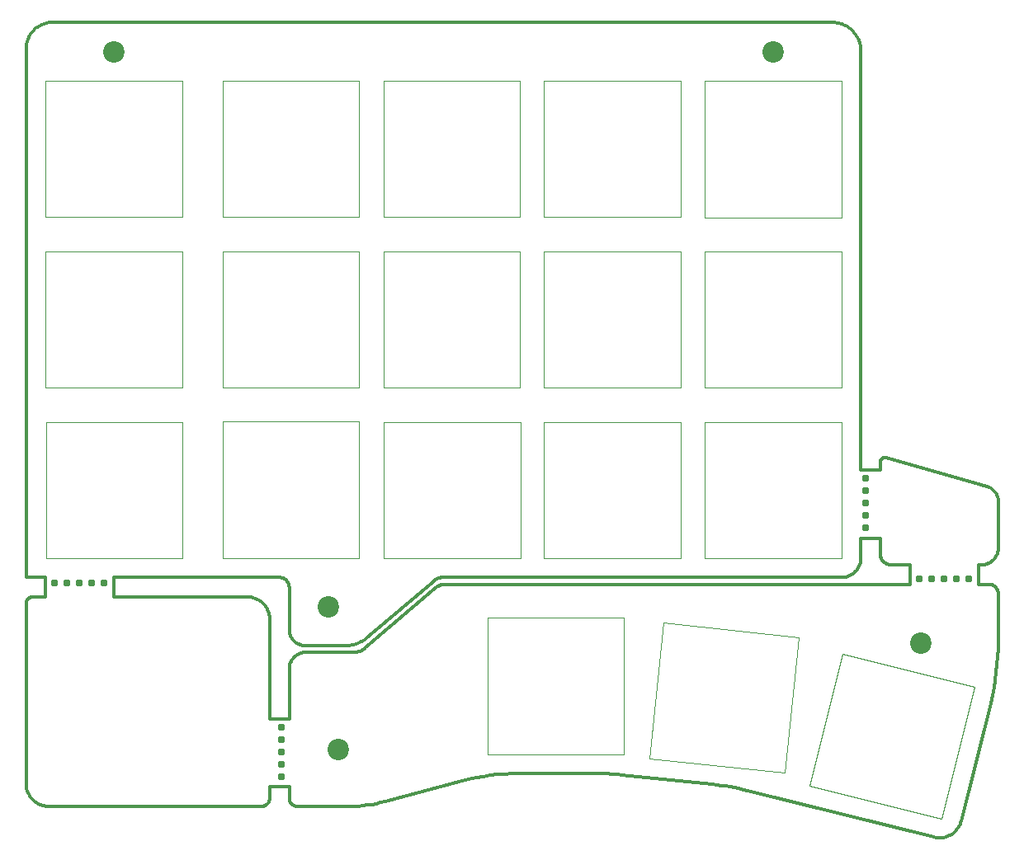
<source format=gts>
%TF.GenerationSoftware,KiCad,Pcbnew,(6.0.6)*%
%TF.CreationDate,2022-09-17T23:41:59+09:00*%
%TF.ProjectId,split-mini_top,73706c69-742d-46d6-996e-695f746f702e,rev?*%
%TF.SameCoordinates,Original*%
%TF.FileFunction,Soldermask,Top*%
%TF.FilePolarity,Negative*%
%FSLAX46Y46*%
G04 Gerber Fmt 4.6, Leading zero omitted, Abs format (unit mm)*
G04 Created by KiCad (PCBNEW (6.0.6)) date 2022-09-17 23:41:59*
%MOMM*%
%LPD*%
G01*
G04 APERTURE LIST*
%TA.AperFunction,Profile*%
%ADD10C,0.349999*%
%TD*%
%TA.AperFunction,Profile*%
%ADD11C,0.120000*%
%TD*%
%ADD12C,0.787400*%
%ADD13C,2.200000*%
G04 APERTURE END LIST*
D10*
X55994536Y-84127249D02*
X62941371Y-78230300D01*
X48455705Y-101342096D02*
X48491151Y-101359916D01*
X105370687Y-77817152D02*
X105460997Y-77781545D01*
X47249151Y-77968775D02*
X47297495Y-77982189D01*
X48349869Y-84268510D02*
X48399840Y-84332657D01*
X45319867Y-101428740D02*
X45359889Y-101421758D01*
X21038639Y-23391422D02*
X21028677Y-23525300D01*
X47793113Y-78313838D02*
X47824164Y-78353695D01*
X116441411Y-103937807D02*
X116513709Y-103854992D01*
X21784794Y-100840594D02*
X21871179Y-100915014D01*
X23025611Y-77937815D02*
X23025611Y-77937815D01*
X55329939Y-85497070D02*
X55255709Y-85526188D01*
X70133669Y-98111382D02*
X70873306Y-98074982D01*
X120701220Y-75435875D02*
X120723363Y-75356073D01*
X49434057Y-84919741D02*
X49514751Y-84929764D01*
X116937738Y-103067128D02*
X116968856Y-102954535D01*
X30025611Y-77937815D02*
X30025611Y-77937815D01*
X21622888Y-100678691D02*
X21701835Y-100761649D01*
X63118653Y-78104941D02*
X63165926Y-78078795D01*
X115644464Y-104498434D02*
X115743942Y-104453807D01*
X111774467Y-78637816D02*
X111774467Y-78637816D01*
X21025611Y-99129103D02*
X21025611Y-99129103D01*
X54196868Y-101437812D02*
X54659376Y-101430232D01*
X46021592Y-100691593D02*
X46024625Y-100650809D01*
X55372273Y-84547125D02*
X55503273Y-84474664D01*
X22555917Y-101302658D02*
X22662900Y-101338053D01*
X21548467Y-100592307D02*
X21622888Y-100678691D01*
X45657000Y-101298693D02*
X45690238Y-101275331D01*
X120580646Y-79029760D02*
X120551683Y-78992904D01*
X47724906Y-78238528D02*
X47724906Y-78238528D01*
X22347877Y-101216489D02*
X22450846Y-101262110D01*
X108806970Y-65784533D02*
X108788300Y-65805774D01*
X120521018Y-78957504D02*
X120488714Y-78923621D01*
X49514751Y-84929764D02*
X49596135Y-84935819D01*
X120754645Y-79416861D02*
X120743752Y-79369661D01*
X109021426Y-65650252D02*
X108994789Y-65659278D01*
X21821555Y-21737985D02*
X21728599Y-21835656D01*
X81752674Y-98175401D02*
X82102412Y-98209845D01*
X120292038Y-68989505D02*
X120198264Y-68906180D01*
X48184055Y-83991463D02*
X48220285Y-84063523D01*
X92353572Y-99303294D02*
X92803934Y-99370604D01*
X48025611Y-92437812D02*
X48025611Y-92437812D01*
X21701835Y-100761649D02*
X21784794Y-100840594D01*
X45863165Y-101102397D02*
X45886526Y-101069160D01*
X93700726Y-99528736D02*
X94146949Y-99619521D01*
X114217994Y-104607398D02*
X114332015Y-104632783D01*
X55544321Y-85390464D02*
X55474354Y-85429168D01*
X119849048Y-78639122D02*
X119798842Y-78637850D01*
X120378654Y-69079779D02*
X120292038Y-68989505D01*
X44992462Y-80327745D02*
X44896442Y-80267059D01*
X21184521Y-22743554D02*
X21142842Y-22869515D01*
X109159706Y-65628702D02*
X109131604Y-65629826D01*
X47437594Y-78036251D02*
X47482368Y-78058762D01*
X21871179Y-100915014D02*
X21960802Y-100984829D01*
X55026238Y-85593728D02*
X54947852Y-85609504D01*
X108676481Y-66089548D02*
X108675643Y-66118251D01*
X115439215Y-104573296D02*
X115542831Y-104538298D01*
X120175747Y-90041614D02*
X120334181Y-89253993D01*
X48387498Y-101301289D02*
X48421131Y-101322544D01*
X21232266Y-22619845D02*
X21184521Y-22743554D01*
X120774467Y-79613475D02*
X120774467Y-79613475D01*
X48568989Y-84510368D02*
X48630819Y-84563633D01*
X115841090Y-104404522D02*
X115935738Y-104350682D01*
X120755900Y-75193230D02*
X120766178Y-75110466D01*
X105951907Y-77483713D02*
X106024068Y-77421208D01*
X120773113Y-70057586D02*
X120769082Y-69992617D01*
X120457740Y-69176506D02*
X120378654Y-69079779D01*
X21960802Y-100984829D02*
X22053472Y-101049963D01*
X21212290Y-80175202D02*
X21188997Y-80202228D01*
X116859876Y-103283530D02*
X116901354Y-103176827D01*
X48641104Y-86024013D02*
X48579738Y-86077169D01*
X104062908Y-20956994D02*
X103915112Y-20945753D01*
X21318048Y-80079432D02*
X21289999Y-80101271D01*
X120153762Y-76253991D02*
X120217176Y-76199357D01*
X53787147Y-84937812D02*
X53787147Y-84937812D01*
X30025611Y-77937815D02*
X46998878Y-77937815D01*
X105274429Y-21363314D02*
X105152556Y-21293237D01*
X23743743Y-20941960D02*
X23608950Y-20945288D01*
X21376948Y-80040174D02*
X21347051Y-80059058D01*
X108770942Y-65827987D02*
X108754927Y-65851107D01*
X54627738Y-85637847D02*
X49716880Y-85637816D01*
X116582122Y-103768452D02*
X116646478Y-103678292D01*
X55806701Y-85204901D02*
X55806701Y-85204901D01*
X108681000Y-75645683D02*
X108687678Y-75699449D01*
X48263694Y-101199782D02*
X48292902Y-101227576D01*
X120488714Y-78923621D02*
X120454831Y-78891317D01*
X47981259Y-78665933D02*
X47994675Y-78714277D01*
X44593043Y-80114500D02*
X44487432Y-80073742D01*
X45783118Y-101195281D02*
X45783118Y-101195281D01*
X46998878Y-77937815D02*
X47049792Y-77939076D01*
X120678260Y-79190516D02*
X120656715Y-79148450D01*
X105027071Y-21228966D02*
X104898158Y-21170683D01*
X119898595Y-78642891D02*
X119849048Y-78639122D01*
X108687678Y-75699449D02*
X108696963Y-75752663D01*
X119329920Y-76619244D02*
X119411834Y-76604951D01*
X47150499Y-77949064D02*
X47200124Y-77957721D01*
X30025611Y-79937815D02*
X30025611Y-79937815D01*
X63482317Y-78736669D02*
X63441478Y-78756970D01*
X106583990Y-23124944D02*
X106544773Y-22986841D01*
X119247157Y-76629524D02*
X119329920Y-76619244D01*
X54708534Y-85636055D02*
X54627738Y-85637847D01*
X48027843Y-87242016D02*
X48025641Y-87329047D01*
X108704938Y-65951392D02*
X108696116Y-65978097D01*
X106675612Y-66895079D02*
X106675612Y-23852266D01*
X48527404Y-101375978D02*
X48564397Y-101390253D01*
X22247198Y-101165871D02*
X22347877Y-101216489D01*
X21036909Y-99357303D02*
X21050913Y-99470047D01*
X21236999Y-80149249D02*
X21236999Y-80149249D01*
X63441478Y-78756970D02*
X63401512Y-78779074D01*
X109187893Y-65629198D02*
X109159706Y-65628702D01*
X119492762Y-76586703D02*
X119572563Y-76564558D01*
X49376040Y-85672178D02*
X49294217Y-85691063D01*
X105876780Y-77542749D02*
X105951907Y-77483713D01*
X49213962Y-85713853D02*
X49135381Y-85740442D01*
X103915112Y-20945753D02*
X103765349Y-20941964D01*
X47345073Y-77997930D02*
X47391801Y-78015962D01*
X48220285Y-84063523D02*
X48260035Y-84133808D01*
X48292902Y-101227576D02*
X48323317Y-101253777D01*
X21028448Y-99243592D02*
X21036909Y-99357303D01*
X62941371Y-78230300D02*
X62941371Y-78230300D01*
X65758204Y-98834754D02*
X65758204Y-98834754D01*
X80350426Y-98083501D02*
X80701393Y-98099590D01*
X118774467Y-76637816D02*
X119079642Y-76637816D01*
X120221817Y-78734070D02*
X120178601Y-78714532D01*
X63742213Y-78653990D02*
X63697439Y-78662998D01*
X46000673Y-100811590D02*
X46009588Y-100772051D01*
X21471411Y-79992709D02*
X21439187Y-80006975D01*
X45696399Y-81067015D02*
X45635713Y-80970995D01*
X115333789Y-104603324D02*
X115439215Y-104573296D01*
X106479515Y-76811328D02*
X106519342Y-76723237D01*
X48260035Y-84133808D02*
X48303249Y-84202182D01*
X48361640Y-86317158D02*
X48314487Y-86383464D01*
X104686904Y-77937815D02*
X104789242Y-77935229D01*
X120334181Y-89253993D02*
X120468428Y-88462270D01*
X120087971Y-76305244D02*
X120153762Y-76253991D01*
X46025611Y-99437812D02*
X48025611Y-99437812D01*
X48509612Y-84453864D02*
X48509612Y-84453864D01*
X119877728Y-76438153D02*
X119949815Y-76397383D01*
X108727056Y-65899815D02*
X108715262Y-65925277D01*
X119411834Y-76604951D02*
X119492762Y-76586703D01*
X45197585Y-101437812D02*
X45238647Y-101436795D01*
X21047137Y-80483955D02*
X21039355Y-80518449D01*
X54947852Y-85609504D02*
X54868700Y-85621844D01*
X109078830Y-76388518D02*
X109121567Y-76421812D01*
X120344325Y-78804487D02*
X120304741Y-78779110D01*
X57403259Y-101068567D02*
X57851935Y-100956046D01*
X63324454Y-78828595D02*
X63287485Y-78855968D01*
X48602063Y-101402715D02*
X48640336Y-101413334D01*
X48024380Y-78913635D02*
X48025641Y-78964549D01*
X120217176Y-76199357D02*
X120278075Y-76141402D01*
X55612648Y-85348646D02*
X55544321Y-85390464D01*
X48838470Y-101437842D02*
X54196868Y-101437812D01*
X70873306Y-98074982D02*
X71614337Y-98062834D01*
X45925300Y-81583551D02*
X45889720Y-81476020D01*
X22771606Y-101368218D02*
X22881847Y-101393073D01*
X48314487Y-86383464D02*
X48270497Y-86452083D01*
X55121014Y-101407515D02*
X55581415Y-101369709D01*
X106519342Y-76723237D02*
X106554952Y-76632928D01*
X48579738Y-86077169D02*
X48521003Y-86133168D01*
X106586220Y-76540525D02*
X106613021Y-76446154D01*
X108891649Y-76191890D02*
X108924942Y-76234628D01*
X45279430Y-101433762D02*
X45319867Y-101428740D01*
X21641204Y-79945692D02*
X21606286Y-79951772D01*
X46025611Y-92437812D02*
X46025611Y-92437812D01*
X119993194Y-90824576D02*
X119993194Y-90824576D01*
X48185114Y-101108608D02*
X48209696Y-101140162D01*
X22582237Y-21202494D02*
X22463694Y-21262084D01*
X115008377Y-104662548D02*
X115118197Y-104648054D01*
X48078892Y-86906381D02*
X48060006Y-86988204D01*
X106675612Y-73895079D02*
X106675612Y-73895079D01*
X106335978Y-77061043D02*
X106387708Y-76980356D01*
X23475071Y-20955235D02*
X23342329Y-20971711D01*
X120551683Y-78992904D02*
X120521018Y-78957504D01*
X45570242Y-80877848D02*
X45500065Y-80787765D01*
X23608950Y-20945288D02*
X23475071Y-20955235D01*
X120019942Y-76353061D02*
X120087971Y-76305244D01*
X21142842Y-22869515D02*
X21107322Y-22997505D01*
X48025641Y-87329047D02*
X48025641Y-87329047D01*
X45622738Y-101320347D02*
X45657000Y-101298693D01*
X48771300Y-85926654D02*
X48704993Y-85973806D01*
X49275288Y-84888014D02*
X49354191Y-84905805D01*
X92803934Y-99370604D02*
X93253019Y-99445758D01*
X43704978Y-79937854D02*
X30025611Y-79937815D01*
X49678077Y-84937850D02*
X49678077Y-84937850D01*
X48025641Y-87329047D02*
X48025611Y-92437812D01*
X63878907Y-78638836D02*
X63833009Y-78641887D01*
X103765349Y-20941964D02*
X103765349Y-20941964D01*
X45989854Y-100850579D02*
X46000673Y-100811590D01*
X119949815Y-76397383D02*
X120019942Y-76353061D01*
X54238299Y-84907851D02*
X54386496Y-84884749D01*
X56951500Y-101166243D02*
X57403259Y-101068567D01*
X120727124Y-69739575D02*
X120691299Y-69618023D01*
X106158985Y-77286296D02*
X106221492Y-77214138D01*
X48026610Y-100665296D02*
X48029589Y-100705335D01*
X120097707Y-68830299D02*
X119990739Y-68762359D01*
X115935738Y-104350682D02*
X116027711Y-104292391D01*
X62941371Y-78230300D02*
X62983772Y-78195898D01*
X48694965Y-84613603D02*
X48761292Y-84660222D01*
X48162182Y-101075982D02*
X48185114Y-101108608D01*
X109300078Y-65647631D02*
X109300078Y-65647631D01*
X120198264Y-68906180D02*
X120097707Y-68830299D01*
X119635116Y-68611140D02*
X119635116Y-68611140D01*
X106675612Y-23852266D02*
X106671826Y-23702504D01*
X21070384Y-99581635D02*
X21095242Y-99691877D01*
X106446910Y-22719457D02*
X106388630Y-22590543D01*
X82102412Y-98209845D02*
X82102412Y-98209845D01*
X106093135Y-77355361D02*
X106158985Y-77286296D01*
X21026226Y-80624221D02*
X21025336Y-80660044D01*
X45980608Y-81803618D02*
X45955622Y-81692814D01*
X55255709Y-85526188D02*
X55180276Y-85552030D01*
X114559640Y-104665632D02*
X114672897Y-104673303D01*
X49459323Y-85657305D02*
X49376040Y-85672178D01*
X43820052Y-79940706D02*
X43704978Y-79937854D01*
X46025611Y-92437812D02*
X46025611Y-82258441D01*
X118774467Y-78637816D02*
X118774467Y-78637816D01*
X46025641Y-100609748D02*
X46025611Y-99437812D01*
X44487432Y-80073742D02*
X44379898Y-80038162D01*
X47391801Y-78015962D02*
X47437594Y-78036251D01*
X106011052Y-22001060D02*
X105919581Y-21895462D01*
X45587517Y-101340266D02*
X45622738Y-101320347D01*
X46022759Y-82143374D02*
X46014255Y-82029088D01*
X104989763Y-77914905D02*
X105087696Y-77897418D01*
X21025611Y-77937815D02*
X21025611Y-77937815D01*
X55180276Y-85552030D02*
X55103749Y-85574557D01*
X63263502Y-78032926D02*
X63313656Y-78013257D01*
X104492671Y-21033598D02*
X104351871Y-21001099D01*
X48075449Y-83688174D02*
X48097040Y-83765982D01*
X45551407Y-101358422D02*
X45587517Y-101340266D01*
X104765998Y-21118573D02*
X104630775Y-21072816D01*
X120042667Y-78668574D02*
X119995466Y-78657678D01*
X71614337Y-98062834D02*
X79296523Y-98062812D01*
X45476790Y-101389329D02*
X45514476Y-101374785D01*
X45085609Y-80393215D02*
X44992462Y-80327745D01*
X48050126Y-100823138D02*
X48060747Y-100861413D01*
X44797738Y-80211237D02*
X44696542Y-80160358D01*
X45500065Y-80787765D02*
X45425261Y-80700935D01*
X47200124Y-77957721D02*
X47249151Y-77968775D01*
X108998076Y-76315383D02*
X108998076Y-76315383D01*
X49354191Y-84905805D02*
X49434057Y-84919741D01*
X49135381Y-85740442D02*
X49058579Y-85770724D01*
X109272255Y-65640530D02*
X109244237Y-65635099D01*
X22463694Y-21262084D02*
X22348071Y-21327464D01*
X21747886Y-79937815D02*
X21747886Y-79937815D01*
X114332015Y-104632783D02*
X114445955Y-104652160D01*
X23025611Y-77937815D02*
X23025611Y-79937815D01*
X79296523Y-98062812D02*
X79296523Y-98062812D01*
X119572563Y-76564558D02*
X119651099Y-76538573D01*
X21676482Y-79941323D02*
X21641204Y-79945692D01*
X63416328Y-77980585D02*
X63468699Y-77967636D01*
X21110478Y-80319873D02*
X21094633Y-80351373D01*
X48025611Y-92437812D02*
X46025611Y-92437812D01*
X115542831Y-104538298D02*
X115644464Y-104498434D01*
X108893963Y-65710666D02*
X108870536Y-65727271D01*
X109075929Y-65636878D02*
X109048496Y-65642782D01*
X67200877Y-98497965D02*
X67929031Y-98365328D01*
X63362484Y-78802956D02*
X63324454Y-78828595D01*
X105278283Y-77848416D02*
X105370687Y-77817152D01*
X108675643Y-66118251D02*
X108675612Y-66895079D01*
X108688828Y-66005329D02*
X108683105Y-66033024D01*
X116968856Y-102954535D02*
X119993194Y-90824576D01*
X48029589Y-100705335D02*
X48034519Y-100745032D01*
X46024625Y-100650809D02*
X46025641Y-100609748D01*
X103765349Y-20941964D02*
X23743743Y-20941960D01*
X48209696Y-101140162D02*
X48235898Y-101170575D01*
X22235592Y-21398542D02*
X22126477Y-21475225D01*
X21262963Y-80124552D02*
X21236999Y-80149249D01*
X120774467Y-84461646D02*
X120774467Y-84461646D01*
X55103749Y-85574557D02*
X55026238Y-85593728D01*
X21478649Y-100502685D02*
X21548467Y-100592307D01*
X54962899Y-84728765D02*
X55101881Y-84674251D01*
X21095242Y-99691877D02*
X21125409Y-99800585D01*
X109300078Y-65647631D02*
X109272255Y-65640530D01*
X119163685Y-76635734D02*
X119247157Y-76629524D01*
X21028677Y-23525300D02*
X21025336Y-23660094D01*
X106660587Y-23554708D02*
X106642080Y-23409061D01*
X21025336Y-23660094D02*
X21025611Y-77937815D01*
X21201357Y-100012642D02*
X21246981Y-100115611D01*
X119635116Y-68611140D02*
X109300078Y-65647631D01*
X120725364Y-86068068D02*
X120762179Y-85265514D01*
X111774467Y-76637816D02*
X111774467Y-78637816D01*
X106435595Y-76897076D02*
X106479515Y-76811328D01*
X111774467Y-78637816D02*
X63925056Y-78637816D01*
X118774467Y-76637816D02*
X118774467Y-76637816D01*
X23342329Y-20971711D02*
X23210947Y-20994624D01*
X23743743Y-20941960D02*
X23743743Y-20941960D01*
X119995466Y-78657678D02*
X119947421Y-78649097D01*
X48025611Y-83285361D02*
X48027642Y-83367308D01*
X45955622Y-81692814D02*
X45925300Y-81583551D01*
X105634839Y-77697804D02*
X105718120Y-77649920D01*
X21188997Y-80202228D02*
X21167145Y-80230267D01*
X55402857Y-85464716D02*
X55329939Y-85497070D01*
X95034537Y-99824439D02*
X95034537Y-99824439D01*
X48465004Y-86191903D02*
X48411847Y-86253268D01*
X120774467Y-84461646D02*
X120774467Y-79613475D01*
X120578420Y-87667003D02*
X120664088Y-86868750D01*
X45928098Y-100999676D02*
X45946253Y-100963567D01*
X45848961Y-81370410D02*
X45803102Y-81266913D01*
X22881847Y-101393073D02*
X22993432Y-101412541D01*
X48839919Y-85882664D02*
X48771300Y-85926654D01*
X21701835Y-100761649D02*
X21701835Y-100761649D01*
X63697439Y-78662998D02*
X63653166Y-78673944D01*
X106635229Y-76349940D02*
X106652721Y-76252008D01*
X47724906Y-78238528D02*
X47760016Y-78275421D01*
X63251639Y-78885050D02*
X55806701Y-85204901D01*
X109165758Y-76452872D02*
X109211312Y-76481663D01*
X79296523Y-98062812D02*
X79647946Y-98065109D01*
X21067660Y-80416466D02*
X21056580Y-80449941D01*
X48121371Y-101007775D02*
X48140925Y-101042349D01*
X94146949Y-99619521D02*
X94591588Y-99718094D01*
X48411847Y-86253268D02*
X48361640Y-86317158D01*
X55994536Y-84127249D02*
X55994536Y-84127249D01*
X48014389Y-78812928D02*
X48020617Y-78863067D01*
X48025641Y-78964549D02*
X48025641Y-78964549D01*
X48564397Y-101390253D02*
X48602063Y-101402715D01*
X45345908Y-80617549D02*
X45262522Y-80538196D01*
X47824164Y-78353695D02*
X47853131Y-78394907D01*
X44896442Y-80267059D02*
X44797738Y-80211237D01*
X47927193Y-78525835D02*
X47947483Y-78571628D01*
X21347051Y-80059058D02*
X21318048Y-80079432D01*
X48020617Y-78863067D02*
X48024380Y-78913635D01*
X63575139Y-77948649D02*
X63629061Y-77942665D01*
X119990739Y-68762359D02*
X119877736Y-68702855D01*
X120178601Y-78714532D02*
X120134296Y-78697062D01*
X63214234Y-78054781D02*
X63263502Y-78032926D01*
X54088872Y-84924446D02*
X54238299Y-84907851D01*
X45425261Y-80700935D02*
X45345908Y-80617549D01*
X55238407Y-84613679D02*
X55372273Y-84547125D01*
X120741609Y-75275145D02*
X120755900Y-75193230D01*
X22450846Y-101262110D02*
X22555917Y-101302658D01*
X106616486Y-23265745D02*
X106583990Y-23124944D01*
X105823218Y-21794389D02*
X105722147Y-21698025D01*
X109508212Y-76604643D02*
X109560782Y-76616497D01*
X120769082Y-69992617D02*
X120762421Y-69928269D01*
X106221492Y-77214138D02*
X106280531Y-77139012D01*
X109667756Y-76632459D02*
X109721979Y-76636494D01*
X106675612Y-66895079D02*
X106675612Y-66895079D01*
X108960430Y-76275822D02*
X108998076Y-76315383D01*
X119651099Y-76538573D02*
X119728231Y-76508805D01*
X108924942Y-76234628D02*
X108960430Y-76275822D01*
X21080353Y-80383591D02*
X21067660Y-80416466D01*
X81402561Y-98145543D02*
X81752674Y-98175401D01*
X63925056Y-78637816D02*
X63878907Y-78638836D01*
X48025611Y-83285361D02*
X48025611Y-83285361D01*
X48704993Y-85973806D02*
X48641104Y-86024013D01*
X62983772Y-78195898D02*
X63027501Y-78163519D01*
X105722147Y-21698025D02*
X105616549Y-21606553D01*
X108683105Y-66033024D02*
X108678979Y-66061118D01*
X79647946Y-98065109D02*
X79999262Y-98072007D01*
X45977159Y-100888950D02*
X45989854Y-100850579D01*
X120774467Y-79613475D02*
X120773197Y-79563271D01*
X93253019Y-99445758D02*
X93700726Y-99528736D01*
X21439187Y-80006975D02*
X21407679Y-80022805D01*
X21353138Y-100314488D02*
X21413513Y-100410016D01*
X105183911Y-77875213D02*
X105278283Y-77848416D01*
X105549090Y-77741721D02*
X105634839Y-77697804D01*
X120773197Y-79563271D02*
X120769430Y-79513727D01*
X21107322Y-22997505D02*
X21078053Y-23127302D01*
X43934344Y-79949209D02*
X43820052Y-79940706D01*
X114785555Y-104675276D02*
X114897439Y-104671657D01*
X21728599Y-21835656D02*
X21640971Y-21937362D01*
X108675612Y-66895079D02*
X106675612Y-66895079D01*
X21125409Y-99800585D02*
X21160807Y-99907570D01*
X105392508Y-21439014D02*
X105274429Y-21363314D01*
X55755861Y-84312320D02*
X55877040Y-84222588D01*
X45399429Y-101412843D02*
X45438419Y-101402024D01*
X91449431Y-99192275D02*
X91449431Y-99192275D01*
X120304741Y-78779110D02*
X120263884Y-78755617D01*
X47649593Y-78170323D02*
X47688011Y-78203419D01*
X108740083Y-75908095D02*
X108759419Y-75958202D01*
X106675643Y-75949149D02*
X106675643Y-75949149D01*
X63925056Y-78637816D02*
X63925056Y-78637816D01*
X116513709Y-103854992D02*
X116582122Y-103768452D01*
X108740288Y-65875071D02*
X108727056Y-65899815D01*
X105460997Y-77781545D02*
X105549090Y-77741721D01*
X21167145Y-80230267D02*
X21146758Y-80259261D01*
X21712063Y-79938689D02*
X21676482Y-79941323D01*
X120762421Y-69928269D02*
X120753176Y-69864605D01*
X48235898Y-101170575D02*
X48263694Y-101199782D01*
X54386496Y-84884749D02*
X54533259Y-84855214D01*
X116813476Y-103387131D02*
X116859876Y-103283530D01*
X108708817Y-75805236D02*
X108723203Y-75857077D01*
X119819088Y-68676422D02*
X119759070Y-68652283D01*
X120743752Y-79369661D02*
X120730605Y-79323365D01*
X108826921Y-65764326D02*
X108806970Y-65784533D01*
X21028875Y-80588641D02*
X21026226Y-80624221D01*
X56497027Y-101249025D02*
X56951500Y-101166243D01*
X47853131Y-78394907D02*
X47879982Y-78437391D01*
X45197585Y-101437812D02*
X45197585Y-101437812D01*
X49197483Y-84866423D02*
X49275288Y-84888014D01*
X45635713Y-80970995D02*
X45570242Y-80877848D01*
X108870536Y-65727271D02*
X108848120Y-65745218D01*
X115226725Y-104628278D02*
X115333789Y-104603324D01*
X65758204Y-98834754D02*
X66477072Y-98654466D01*
X120278075Y-76141402D02*
X120278075Y-76141402D01*
X108715262Y-65925277D02*
X108704938Y-65951392D01*
X22993432Y-101412541D02*
X23106173Y-101426542D01*
X21055128Y-23258681D02*
X21038639Y-23391422D01*
X105152556Y-21293237D02*
X105027071Y-21228966D01*
X116285855Y-104091851D02*
X116365402Y-104016795D01*
X119947421Y-78649097D02*
X119898595Y-78642891D01*
X21033260Y-80553364D02*
X21028875Y-80588641D01*
X30025611Y-79937815D02*
X30025611Y-77937815D01*
X108676966Y-75591455D02*
X108681000Y-75645683D01*
X45886526Y-101069160D02*
X45908180Y-101034897D01*
X120591823Y-69387334D02*
X120528921Y-69279189D01*
X45359889Y-101421758D02*
X45399429Y-101412843D01*
X108805314Y-76055316D02*
X108831798Y-76102144D01*
X120675236Y-75514412D02*
X120701220Y-75435875D01*
X120611979Y-75667136D02*
X120645470Y-75591546D01*
X21285986Y-22498611D02*
X21232266Y-22619845D01*
X63737941Y-77937850D02*
X63737941Y-77937850D01*
X120278075Y-76141402D02*
X120336030Y-76080501D01*
X57851935Y-100956046D02*
X57851935Y-100956046D01*
X47688011Y-78203419D02*
X47724906Y-78238528D01*
X106671826Y-23702504D02*
X106660587Y-23554708D01*
X118774467Y-78637816D02*
X118774467Y-76637816D01*
X114672897Y-104673303D02*
X114785555Y-104675276D01*
X116116836Y-104229753D02*
X116202942Y-104162872D01*
X21410980Y-22264459D02*
X21345588Y-22380075D01*
X48025641Y-78964549D02*
X48025611Y-83285361D01*
X106324361Y-22465057D02*
X106254285Y-22343184D01*
X106675643Y-75949149D02*
X106675612Y-73895079D01*
X48034376Y-87156128D02*
X48027843Y-87242016D01*
X63609455Y-78686808D02*
X63566368Y-78701565D01*
X106499019Y-22851618D02*
X106446910Y-22719457D01*
X45946253Y-100963567D02*
X45962616Y-100926635D01*
X49678077Y-84937850D02*
X53787147Y-84937812D01*
X116646478Y-103678292D02*
X116706604Y-103584617D01*
X120263884Y-78755617D02*
X120221817Y-78734070D01*
X54868700Y-85621844D02*
X54788890Y-85630708D01*
X22953154Y-21059387D02*
X22827190Y-21101053D01*
X106544773Y-22986841D02*
X106499019Y-22851618D01*
X119759070Y-68652283D02*
X119697731Y-68630502D01*
X48027642Y-83367308D02*
X48033697Y-83448699D01*
X115118197Y-104648054D02*
X115226725Y-104628278D01*
X120774467Y-70123114D02*
X120774467Y-70123114D01*
X45238647Y-101436795D02*
X45279430Y-101433762D01*
X109048496Y-65642782D02*
X109021426Y-65650252D01*
X108848120Y-65745218D02*
X108826921Y-65764326D01*
X63072486Y-78133191D02*
X63118653Y-78104941D01*
X109244237Y-65635099D02*
X109216093Y-65631326D01*
X108754927Y-65851107D02*
X108740288Y-65875071D01*
X104789242Y-77935229D02*
X104890237Y-77927551D01*
X120528921Y-69279189D02*
X120457740Y-69176506D01*
X109306150Y-76532285D02*
X109355252Y-76554041D01*
X108918171Y-65695552D02*
X108893963Y-65710666D01*
X46014255Y-82029088D02*
X46000179Y-81915773D01*
X48910742Y-85841941D02*
X48839919Y-85882664D01*
X120769430Y-79513727D02*
X120763225Y-79464903D01*
X119877736Y-68702855D02*
X119819088Y-68676422D01*
X47879982Y-78437391D02*
X47904681Y-78481061D01*
X23106173Y-101426542D02*
X23219880Y-101435000D01*
X21558764Y-22042879D02*
X21482069Y-22151986D01*
X63251639Y-78885050D02*
X63251639Y-78885050D01*
X45811433Y-101165526D02*
X45838124Y-101134542D01*
X106387708Y-76980356D02*
X106435595Y-76897076D01*
X21919236Y-21645039D02*
X21821555Y-21737985D01*
X55631204Y-84396371D02*
X55755861Y-84312320D01*
X120574820Y-75741045D02*
X120611979Y-75667136D01*
X49629850Y-85640017D02*
X49543962Y-85646549D01*
X47049792Y-77939076D02*
X47100361Y-77942837D01*
X120441915Y-75951292D02*
X120489731Y-75883262D01*
X48025611Y-100624983D02*
X48025611Y-100624983D01*
X109037636Y-76353029D02*
X109078830Y-76388518D01*
X105506609Y-21520155D02*
X105392508Y-21439014D01*
X109613994Y-76625781D02*
X109667756Y-76632459D01*
X21821555Y-21737985D02*
X21821555Y-21737985D01*
X48034519Y-100745032D02*
X48041374Y-100784322D01*
X63683353Y-77939056D02*
X63737941Y-77937850D01*
X21482069Y-22151986D02*
X21410980Y-22264459D01*
X21094633Y-80351373D02*
X21080353Y-80383591D01*
X106673052Y-76051487D02*
X106675643Y-75949149D01*
X49716880Y-85637816D02*
X49629850Y-85640017D01*
X104686904Y-77937815D02*
X104686904Y-77937815D01*
X106613021Y-76446154D02*
X106635229Y-76349940D01*
X44696542Y-80160358D02*
X44593043Y-80114500D01*
X46009588Y-100772051D02*
X46016570Y-100732029D01*
X106178587Y-22225104D02*
X106097448Y-22111002D01*
X106388630Y-22590543D02*
X106324361Y-22465057D01*
X47568523Y-78110308D02*
X47609736Y-78139275D01*
X108831798Y-76102144D02*
X108860588Y-76147699D01*
X47904681Y-78481061D02*
X47927193Y-78525835D01*
X45889720Y-81476020D02*
X45848961Y-81370410D01*
X120697798Y-79233732D02*
X120678260Y-79190516D01*
X119079642Y-76637816D02*
X119079642Y-76637816D01*
X48041374Y-100784322D02*
X48050126Y-100823138D01*
X120336030Y-76080501D02*
X120390662Y-76017084D01*
X116202942Y-104162872D02*
X116285855Y-104091851D01*
X22149000Y-101110337D02*
X22247198Y-101165871D01*
X45962616Y-100926635D02*
X45977159Y-100888950D01*
X104208555Y-20975503D02*
X104062908Y-20956994D01*
X108675612Y-75536856D02*
X108676966Y-75591455D01*
X22020951Y-21557422D02*
X21919236Y-21645039D01*
X47100361Y-77942837D02*
X47150499Y-77949064D01*
X94591588Y-99718094D02*
X95034537Y-99824439D01*
X63468699Y-77967636D02*
X63521660Y-77956982D01*
X21246981Y-100115611D02*
X21297601Y-100216290D01*
X109211312Y-76481663D02*
X109258140Y-76508146D01*
X104898158Y-21170683D02*
X104765998Y-21118573D01*
X48025611Y-100624983D02*
X48026610Y-100665296D01*
X48838470Y-101437842D02*
X48838470Y-101437842D01*
X63566368Y-78701565D02*
X63523968Y-78718193D01*
X45514476Y-101374785D02*
X45551407Y-101358422D01*
X120656715Y-79148450D02*
X120633223Y-79107594D01*
X45752222Y-81165717D02*
X45696399Y-81067015D01*
X119798842Y-78637850D02*
X118774467Y-78637816D01*
X105616549Y-21606553D02*
X105506609Y-21520155D01*
X120753176Y-69864605D02*
X120727124Y-69739575D01*
X63737941Y-77937850D02*
X104686904Y-77937815D01*
X48798162Y-101436844D02*
X48838470Y-101437842D01*
X120715266Y-79278035D02*
X120697798Y-79233732D01*
X48679149Y-101422085D02*
X48718435Y-101428938D01*
X44047665Y-79963285D02*
X43934344Y-79949209D01*
X21345588Y-22380075D02*
X21285986Y-22498611D01*
X120774467Y-74942950D02*
X120774467Y-70123114D01*
X108723203Y-75857077D02*
X108740083Y-75908095D01*
X63629061Y-77942665D02*
X63683353Y-77939056D01*
X120762179Y-85265514D02*
X120774467Y-84461646D01*
X63165926Y-78078795D02*
X63214234Y-78054781D01*
X66477072Y-98654466D02*
X67200877Y-98497965D01*
X48758129Y-101433867D02*
X48798162Y-101436844D01*
X47965517Y-78618355D02*
X47981259Y-78665933D01*
X48060006Y-86988204D02*
X48045132Y-87071489D01*
X21146758Y-80259261D02*
X21127860Y-80289149D01*
X55679226Y-85303752D02*
X55612648Y-85348646D01*
X120382575Y-78831688D02*
X120344325Y-78804487D01*
X44159825Y-79982855D02*
X44047665Y-79963285D01*
X68660941Y-98256633D02*
X69396017Y-98171959D01*
X105718120Y-77649920D02*
X105798809Y-77598194D01*
X108696116Y-65978097D02*
X108688828Y-66005329D01*
X109258140Y-76508146D02*
X109306150Y-76532285D01*
X116762328Y-103487528D02*
X116813476Y-103387131D01*
X21025611Y-77937815D02*
X23025611Y-77937815D01*
X23210947Y-20994624D02*
X23081148Y-21023879D01*
X105798809Y-77598194D02*
X105876780Y-77542749D01*
X105087696Y-77897418D02*
X105183911Y-77875213D01*
X63313656Y-78013257D02*
X63364623Y-77995801D01*
X120134296Y-78697062D02*
X120088965Y-78681722D01*
X48101683Y-86826126D02*
X48078892Y-86906381D01*
X109776572Y-76637847D02*
X109776572Y-76637847D01*
X69396017Y-98171959D02*
X70133669Y-98111382D01*
X106642080Y-23409061D02*
X106616486Y-23265745D01*
X47760016Y-78275421D02*
X47793113Y-78313838D01*
X104351871Y-21001099D02*
X104208555Y-20975503D01*
X54788890Y-85630708D02*
X54708534Y-85636055D01*
X63287485Y-78855968D02*
X63251639Y-78885050D01*
X49045708Y-84812066D02*
X49120911Y-84841088D01*
X48128272Y-86747545D02*
X48101683Y-86826126D01*
X104630775Y-21072816D02*
X104492671Y-21033598D01*
X120772386Y-75026993D02*
X120774467Y-74942950D01*
X63401512Y-78779074D02*
X63362484Y-78802956D01*
X48303249Y-84202182D02*
X48349869Y-84268510D01*
X21297601Y-100216290D02*
X21353138Y-100314488D01*
X106665370Y-76152481D02*
X106673052Y-76051487D01*
X49120911Y-84841088D02*
X49197483Y-84866423D01*
X71614337Y-98062834D02*
X71614337Y-98062834D01*
X106097448Y-22111002D02*
X106011052Y-22001060D01*
X48354871Y-101278357D02*
X48387498Y-101301289D01*
X21050913Y-99470047D02*
X21070384Y-99581635D01*
X21407679Y-80022805D02*
X21376948Y-80040174D01*
X53938420Y-84934458D02*
X54088872Y-84924446D01*
X48087486Y-100936075D02*
X48103549Y-100972329D01*
X45838124Y-101134542D02*
X45863165Y-101102397D01*
X108998076Y-76315383D02*
X109037636Y-76353029D01*
X48158555Y-86670743D02*
X48128272Y-86747545D01*
X49596135Y-84935819D02*
X49678077Y-84937850D01*
X54533259Y-84855214D02*
X54678384Y-84819322D01*
X21025336Y-80660044D02*
X21025611Y-99129103D01*
X109405357Y-76573378D02*
X109456374Y-76590257D01*
X21236999Y-80149249D02*
X21212290Y-80175202D01*
X120390662Y-76017084D02*
X120441915Y-75951292D01*
X21025336Y-80660044D02*
X21025336Y-80660044D01*
X108696963Y-75752663D02*
X108708817Y-75805236D01*
X47609736Y-78139275D02*
X47649593Y-78170323D01*
X44379898Y-80038162D02*
X44270632Y-80007841D01*
X54627738Y-85637847D02*
X54627738Y-85637847D01*
X119803821Y-76475312D02*
X119877728Y-76438153D01*
X116027711Y-104292391D02*
X116116836Y-104229753D01*
X119728231Y-76508805D02*
X119803821Y-76475312D01*
X21640971Y-21937362D02*
X21558764Y-22042879D01*
X22126477Y-21475225D02*
X22020951Y-21557422D01*
X116365402Y-104016795D02*
X116441411Y-103937807D01*
X105919581Y-21895462D02*
X105823218Y-21794389D01*
X48323317Y-101253777D02*
X48354871Y-101278357D01*
X108678979Y-66061118D02*
X108676481Y-66089548D01*
X45345908Y-80617549D02*
X45345908Y-80617549D01*
X63787423Y-78646946D02*
X63742213Y-78653990D01*
X108860588Y-76147699D02*
X108891649Y-76191890D01*
X55581415Y-101369709D02*
X56040209Y-101316863D01*
X108675612Y-75536856D02*
X108675612Y-75536856D01*
X63523968Y-78718193D02*
X63482317Y-78736669D01*
X46025611Y-99437812D02*
X46025611Y-99437812D01*
X120730605Y-79323365D02*
X120715266Y-79278035D01*
X109456374Y-76590257D02*
X109508212Y-76604643D01*
X45908180Y-101034897D02*
X45928098Y-100999676D01*
X108781176Y-76007305D02*
X108805314Y-76055316D01*
X106254285Y-22343184D02*
X106178587Y-22225104D01*
X43704978Y-79937854D02*
X43704978Y-79937854D01*
X120664088Y-86868750D02*
X120725364Y-86068068D01*
X55743947Y-85255824D02*
X55679226Y-85303752D01*
X55877040Y-84222588D02*
X55994536Y-84127249D01*
X48761292Y-84660222D02*
X48829666Y-84703434D01*
X63833009Y-78641887D02*
X63787423Y-78646946D01*
X95034537Y-99824439D02*
X114217994Y-104607398D01*
X23334365Y-101437834D02*
X23334365Y-101437834D01*
X109121567Y-76421812D02*
X109165758Y-76452872D01*
X48043721Y-83529397D02*
X48057657Y-83609267D01*
X108994789Y-65659278D02*
X108968654Y-65669845D01*
X48399840Y-84332657D02*
X48453107Y-84394487D01*
X57851935Y-100956046D02*
X65758204Y-98834754D01*
X48122376Y-83842557D02*
X48151400Y-83917762D01*
X109103655Y-65632555D02*
X109075929Y-65636878D01*
X48270497Y-86452083D02*
X48229773Y-86522906D01*
X54659376Y-101430232D02*
X55121014Y-101407515D01*
X48140925Y-101042349D02*
X48162182Y-101075982D01*
X67929031Y-98365328D02*
X68660941Y-98256633D01*
X114445955Y-104652160D02*
X114559640Y-104665632D01*
X23025611Y-79937815D02*
X21747886Y-79937815D01*
X45262522Y-80538196D02*
X45175692Y-80463392D01*
X48509612Y-84453864D02*
X48568989Y-84510368D01*
X47526039Y-78083459D02*
X47568523Y-78110308D01*
X119079642Y-76637816D02*
X119163685Y-76635734D01*
X48491151Y-101359916D02*
X48527404Y-101375978D01*
X63364623Y-77995801D02*
X63416328Y-77980585D01*
X21056580Y-80449941D02*
X21047137Y-80483955D01*
X47482368Y-78058762D02*
X47526039Y-78083459D01*
X45438419Y-101402024D02*
X45476790Y-101389329D01*
X120774467Y-70123114D02*
X120773113Y-70057586D01*
X120633223Y-79107594D02*
X120607846Y-79068011D01*
X21747886Y-79937815D02*
X21712063Y-79938689D01*
X48192424Y-86595828D02*
X48158555Y-86670743D01*
X108675612Y-66895079D02*
X108675612Y-66895079D01*
X21606286Y-79951772D02*
X21571789Y-79959538D01*
X115743942Y-104453807D02*
X115841090Y-104404522D01*
X21571789Y-79959538D02*
X21537771Y-79968966D01*
X119697731Y-68630502D02*
X119635116Y-68611140D01*
X91902037Y-99243845D02*
X92353572Y-99303294D01*
X55101881Y-84674251D02*
X55238407Y-84613679D01*
X120646074Y-69500444D02*
X120591823Y-69387334D01*
X120723363Y-75356073D02*
X120741609Y-75275145D01*
X108870536Y-65727271D02*
X108870536Y-65727271D01*
X54678384Y-84819322D02*
X54821665Y-84777147D01*
X45722382Y-101250289D02*
X45753364Y-101223597D01*
X119993194Y-90824576D02*
X120175747Y-90041614D01*
X21413513Y-100410016D02*
X21478649Y-100502685D01*
X48229773Y-86522906D02*
X48192424Y-86595828D01*
X48025611Y-99437812D02*
X48025611Y-100624983D01*
X44270632Y-80007841D02*
X44159825Y-79982855D01*
X48983665Y-85804593D02*
X48910742Y-85841941D01*
X45783118Y-101195281D02*
X45811433Y-101165526D01*
X48640336Y-101413334D02*
X48679149Y-101422085D01*
X120607846Y-79068011D02*
X120580646Y-79029760D01*
X63521660Y-77956982D02*
X63575139Y-77948649D01*
X46025641Y-100609748D02*
X46025641Y-100609748D01*
X48630819Y-84563633D02*
X48694965Y-84613603D01*
X120645470Y-75591546D02*
X120675236Y-75514412D01*
X48453107Y-84394487D02*
X48509612Y-84453864D01*
X22053472Y-101049963D02*
X22149000Y-101110337D01*
X23081148Y-21023879D02*
X22953154Y-21059387D01*
X119798842Y-78637850D02*
X119798842Y-78637850D01*
X120468428Y-88462270D02*
X120578420Y-87667003D01*
X80701393Y-98099590D02*
X81052120Y-98120271D01*
X23025611Y-79937815D02*
X23025611Y-79937815D01*
X49058579Y-85770724D02*
X48983665Y-85804593D01*
X63653166Y-78673944D02*
X63609455Y-78686808D01*
X108675643Y-66118251D02*
X108675643Y-66118251D01*
X108968654Y-65669845D02*
X108943091Y-65681941D01*
X106675612Y-73895079D02*
X108675612Y-73895079D01*
X48103549Y-100972329D02*
X48121371Y-101007775D01*
X55806701Y-85204901D02*
X55743947Y-85255824D01*
X48263694Y-101199782D02*
X48263694Y-101199782D01*
X46025611Y-82258441D02*
X46025611Y-82258441D01*
X120088965Y-78681722D02*
X120042667Y-78668574D01*
X104890237Y-77927551D02*
X104989763Y-77914905D01*
X22827190Y-21101053D02*
X22703476Y-21148786D01*
X48033697Y-83448699D02*
X48043721Y-83529397D01*
X116901354Y-103176827D02*
X116937738Y-103067128D01*
X114897439Y-104671657D02*
X115008377Y-104662548D01*
X47947483Y-78571628D02*
X47965517Y-78618355D01*
X45175692Y-80463392D02*
X45085609Y-80393215D01*
X48899950Y-84743182D02*
X48972009Y-84779412D01*
X21078053Y-23127302D02*
X21055128Y-23258681D01*
X21039355Y-80518449D02*
X21033260Y-80553364D01*
X120774467Y-74942950D02*
X120774467Y-74942950D01*
X49294217Y-85691063D02*
X49213962Y-85713853D01*
X120766178Y-75110466D02*
X120772386Y-75026993D01*
X22703476Y-21148786D02*
X22582237Y-21202494D01*
X81052120Y-98120271D02*
X81402561Y-98145543D01*
X55503273Y-84474664D02*
X55631204Y-84396371D01*
X23219880Y-101435000D02*
X23334365Y-101437834D01*
X48005730Y-78763304D02*
X48014389Y-78812928D01*
X48057657Y-83609267D02*
X48075449Y-83688174D01*
X46998878Y-77937815D02*
X46998878Y-77937815D01*
X109776572Y-76637847D02*
X111774467Y-76637816D01*
X82102412Y-98209845D02*
X91449431Y-99192275D01*
X120419431Y-78860652D02*
X120382575Y-78831688D01*
X46000179Y-81915773D02*
X45980608Y-81803618D01*
X45753364Y-101223597D02*
X45783118Y-101195281D01*
X108943091Y-65681941D02*
X108918171Y-65695552D01*
X45803102Y-81266913D02*
X45752222Y-81165717D01*
X21537771Y-79968966D02*
X21504292Y-79980031D01*
X56040209Y-101316863D02*
X56497027Y-101249025D01*
X120691299Y-69618023D02*
X120646074Y-69500444D01*
X21127860Y-80289149D02*
X21110478Y-80319873D01*
X48045132Y-87071489D02*
X48034376Y-87156128D01*
X106554952Y-76632928D02*
X106586220Y-76540525D01*
X22662900Y-101338053D02*
X22771606Y-101368218D01*
X120489731Y-75883262D02*
X120534051Y-75813133D01*
X45690238Y-101275331D02*
X45722382Y-101250289D01*
X21289999Y-80101271D02*
X21262963Y-80124552D01*
X54821665Y-84777147D02*
X54962899Y-84728765D01*
X106652721Y-76252008D02*
X106665370Y-76152481D01*
X91449431Y-99192275D02*
X91902037Y-99243845D01*
X108675612Y-73895079D02*
X108675612Y-75536856D01*
X114217994Y-104607398D02*
X114217994Y-104607398D01*
X54196868Y-101437812D02*
X54196868Y-101437812D01*
X79999262Y-98072007D02*
X80350426Y-98083501D01*
X109355252Y-76554041D02*
X109405357Y-76573378D01*
X116706604Y-103584617D02*
X116762328Y-103487528D01*
X116968856Y-102954535D02*
X116968856Y-102954535D01*
X63027501Y-78163519D02*
X63072486Y-78133191D01*
X48151400Y-83917762D02*
X48184055Y-83991463D01*
X108788300Y-65805774D02*
X108770942Y-65827987D01*
X48972009Y-84779412D02*
X49045708Y-84812066D01*
X48718435Y-101428938D02*
X48758129Y-101433867D01*
X106280531Y-77139012D02*
X106335978Y-77061043D01*
X109216093Y-65631326D02*
X109187893Y-65629198D01*
X48060747Y-100861413D02*
X48073210Y-100899081D01*
X48829666Y-84703434D02*
X48899950Y-84743182D01*
X48025611Y-99437812D02*
X48025611Y-99437812D01*
X21025336Y-23660094D02*
X21025336Y-23660094D01*
X55474354Y-85429168D02*
X55402857Y-85464716D01*
X46016570Y-100732029D02*
X46021592Y-100691593D01*
X120534051Y-75813133D02*
X120574820Y-75741045D01*
X21025611Y-99129103D02*
X21028448Y-99243592D01*
X23334365Y-101437834D02*
X45197585Y-101437812D01*
X21160807Y-99907570D02*
X21201357Y-100012642D01*
X109131604Y-65629826D02*
X109103655Y-65632555D01*
X53787147Y-84937812D02*
X53938420Y-84934458D01*
X120454831Y-78891317D02*
X120419431Y-78860652D01*
X46025611Y-82258441D02*
X46022759Y-82143374D01*
X21504292Y-79980031D02*
X21471411Y-79992709D01*
X111774467Y-76637816D02*
X111774467Y-76637816D01*
X48521003Y-86133168D02*
X48465004Y-86191903D01*
X109721979Y-76636494D02*
X109776572Y-76637847D01*
X48421131Y-101322544D02*
X48455705Y-101342096D01*
X22348071Y-21327464D02*
X22235592Y-21398542D01*
X48097040Y-83765982D02*
X48122376Y-83842557D01*
X120763225Y-79464903D02*
X120754645Y-79416861D01*
X106024068Y-77421208D02*
X106093135Y-77355361D01*
X47297495Y-77982189D02*
X47345073Y-77997930D01*
X48073210Y-100899081D02*
X48087486Y-100936075D01*
X109560782Y-76616497D02*
X109613994Y-76625781D01*
X49543962Y-85646549D02*
X49459323Y-85657305D01*
X108675612Y-73895079D02*
X108675612Y-73895079D01*
X108759419Y-75958202D02*
X108781176Y-76007305D01*
X47994675Y-78714277D02*
X48005730Y-78763304D01*
D11*
%TO.C,SW6*%
X23040000Y-58460000D02*
X37040000Y-58460000D01*
X37040000Y-58460000D02*
X37040000Y-44460000D01*
X37040000Y-44460000D02*
X23040000Y-44460000D01*
X23040000Y-44460000D02*
X23040000Y-58460000D01*
%TO.C,SW11*%
X23050000Y-61960000D02*
X23050000Y-75960000D01*
X23050000Y-75960000D02*
X37050000Y-75960000D01*
X37050000Y-75960000D02*
X37050000Y-61960000D01*
X37050000Y-61960000D02*
X23050000Y-61960000D01*
%TO.C,SW9*%
X74170000Y-58460000D02*
X88170000Y-58460000D01*
X88170000Y-58460000D02*
X88170000Y-44460000D01*
X88170000Y-44460000D02*
X74170000Y-44460000D01*
X74170000Y-44460000D02*
X74170000Y-58460000D01*
%TO.C,SW3*%
X57710000Y-40950000D02*
X71710000Y-40950000D01*
X71710000Y-40950000D02*
X71710000Y-26950000D01*
X57710000Y-26950000D02*
X57710000Y-40950000D01*
X71710000Y-26950000D02*
X57710000Y-26950000D01*
%TO.C,SW5*%
X90690000Y-40960000D02*
X104690000Y-40960000D01*
X90690000Y-26960000D02*
X90690000Y-40960000D01*
X104690000Y-26960000D02*
X90690000Y-26960000D01*
X104690000Y-40960000D02*
X104690000Y-26960000D01*
%TO.C,SW15*%
X90670000Y-61960000D02*
X90670000Y-75960000D01*
X104670000Y-75960000D02*
X104670000Y-61960000D01*
X90670000Y-75960000D02*
X104670000Y-75960000D01*
X104670000Y-61960000D02*
X90670000Y-61960000D01*
%TO.C,SW7*%
X55180000Y-58450000D02*
X55180000Y-44450000D01*
X41180000Y-58450000D02*
X55180000Y-58450000D01*
X41180000Y-44450000D02*
X41180000Y-58450000D01*
X55180000Y-44450000D02*
X41180000Y-44450000D01*
%TO.C,SW16*%
X82370000Y-82080000D02*
X68370000Y-82080000D01*
X68370000Y-96080000D02*
X82370000Y-96080000D01*
X82370000Y-96080000D02*
X82370000Y-82080000D01*
X68370000Y-82080000D02*
X68370000Y-96080000D01*
%TO.C,SW18*%
X104770483Y-85753477D02*
X101383577Y-99337617D01*
X101383577Y-99337617D02*
X114967717Y-102724523D01*
X118354623Y-89140383D02*
X104770483Y-85753477D01*
X114967717Y-102724523D02*
X118354623Y-89140383D01*
%TO.C,SW8*%
X71710000Y-44460000D02*
X57710000Y-44460000D01*
X71710000Y-58460000D02*
X71710000Y-44460000D01*
X57710000Y-44460000D02*
X57710000Y-58460000D01*
X57710000Y-58460000D02*
X71710000Y-58460000D01*
%TO.C,SW17*%
X100346253Y-84056746D02*
X86422946Y-82593347D01*
X98882854Y-97980053D02*
X100346253Y-84056746D01*
X84959547Y-96516654D02*
X98882854Y-97980053D01*
X86422946Y-82593347D02*
X84959547Y-96516654D01*
%TO.C,SW10*%
X104680000Y-58470000D02*
X104680000Y-44470000D01*
X90680000Y-58470000D02*
X104680000Y-58470000D01*
X104680000Y-44470000D02*
X90680000Y-44470000D01*
X90680000Y-44470000D02*
X90680000Y-58470000D01*
%TO.C,SW2*%
X55170000Y-26950000D02*
X41170000Y-26950000D01*
X41170000Y-26950000D02*
X41170000Y-40950000D01*
X55170000Y-40950000D02*
X55170000Y-26950000D01*
X41170000Y-40950000D02*
X55170000Y-40950000D01*
%TO.C,SW13*%
X71740000Y-75980000D02*
X71740000Y-61980000D01*
X57740000Y-75980000D02*
X71740000Y-75980000D01*
X57740000Y-61980000D02*
X57740000Y-75980000D01*
X71740000Y-61980000D02*
X57740000Y-61980000D01*
%TO.C,SW12*%
X55180000Y-61940000D02*
X41180000Y-61940000D01*
X41180000Y-61940000D02*
X41180000Y-75940000D01*
X41180000Y-75940000D02*
X55180000Y-75940000D01*
X55180000Y-75940000D02*
X55180000Y-61940000D01*
%TO.C,SW14*%
X74160000Y-61960000D02*
X74160000Y-75960000D01*
X74160000Y-75960000D02*
X88160000Y-75960000D01*
X88160000Y-61960000D02*
X74160000Y-61960000D01*
X88160000Y-75960000D02*
X88160000Y-61960000D01*
%TO.C,SW1*%
X37040000Y-40930000D02*
X37040000Y-26930000D01*
X23040000Y-40930000D02*
X37040000Y-40930000D01*
X23040000Y-26930000D02*
X23040000Y-40930000D01*
X37040000Y-26930000D02*
X23040000Y-26930000D01*
%TO.C,SW4*%
X88180000Y-40930000D02*
X88180000Y-26930000D01*
X74180000Y-40930000D02*
X88180000Y-40930000D01*
X88180000Y-26930000D02*
X74180000Y-26930000D01*
X74180000Y-26930000D02*
X74180000Y-40930000D01*
%TD*%
D12*
%TO.C,REF\u002A\u002A*%
X47240000Y-94590000D03*
X47240000Y-98400000D03*
X47240000Y-97130000D03*
X47240000Y-93320000D03*
X47240000Y-95860000D03*
%TD*%
D13*
%TO.C,HOLE3*%
X52020000Y-80950000D03*
%TD*%
%TO.C,HOLE5*%
X112800000Y-84690000D03*
%TD*%
%TO.C,HOLE4*%
X53040000Y-95600000D03*
%TD*%
%TO.C,HOLE2*%
X97680000Y-23950000D03*
%TD*%
D12*
%TO.C,REF\u002A\u002A*%
X112690000Y-78114000D03*
X113960000Y-78114000D03*
X116500000Y-78114000D03*
X117770000Y-78114000D03*
X115230000Y-78114000D03*
%TD*%
%TO.C,REF\u002A\u002A*%
X107196000Y-70300000D03*
X107196000Y-67760000D03*
X107196000Y-71570000D03*
X107196000Y-69030000D03*
X107196000Y-72840000D03*
%TD*%
D13*
%TO.C,HOLE1*%
X30040000Y-23950000D03*
%TD*%
D12*
%TO.C,REF\u002A\u002A*%
X27780000Y-78516000D03*
X26510000Y-78516000D03*
X29050000Y-78516000D03*
X25240000Y-78516000D03*
X23970000Y-78516000D03*
%TD*%
M02*

</source>
